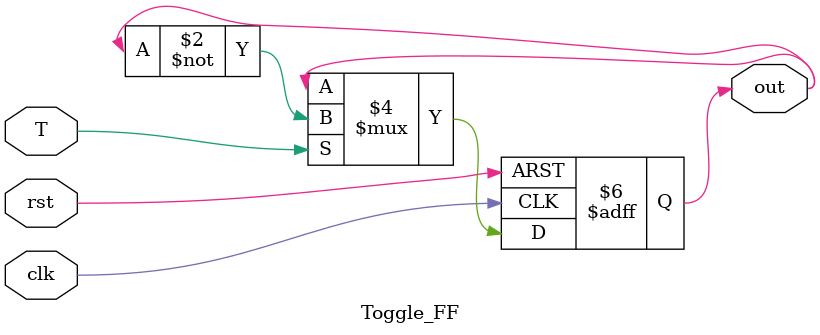
<source format=v>
`timescale 1ns / 1ps

module Counter4bit(
input wire clk,
input wire rst,
output reg [3:0]count
);

wire [3:0]toggle;

Toggle_FF ff0(clk,1,rst,toggle[0]);
Toggle_FF ff1(~toggle[0],1,rst,toggle[1]);
Toggle_FF ff2(~toggle[1],1,rst,toggle[2]);
Toggle_FF ff3(~toggle[2],1,rst,toggle[3]);

always @(*)
begin
    count=toggle;
end
endmodule

`timescale 1ns / 1ps
module Toggle_FF(
input wire clk,
input wire T,
input wire rst,
output reg out
);

always @(posedge clk or posedge rst)
begin 
if(rst)
    out<=1'b0;
else
    if(T)
        out<=~out;
    else
        out<=out;
end
endmodule
</source>
